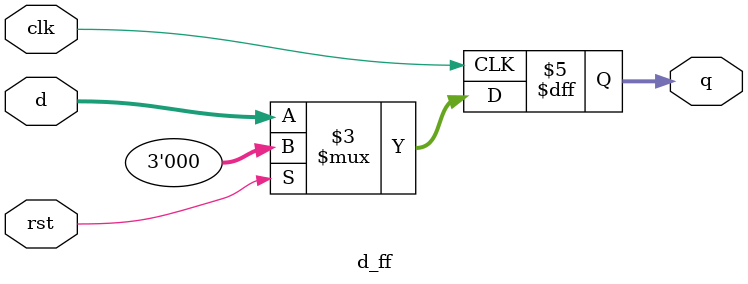
<source format=v>
module d_ff#(parameter N = 3)(input [N-1:0]d, input clk,input rst, output reg [N-1:0]q);


always @(posedge clk ) begin
    if (rst) begin
        q <= 0;
    end
    else begin
        q <= d;
    end
end

endmodule
</source>
